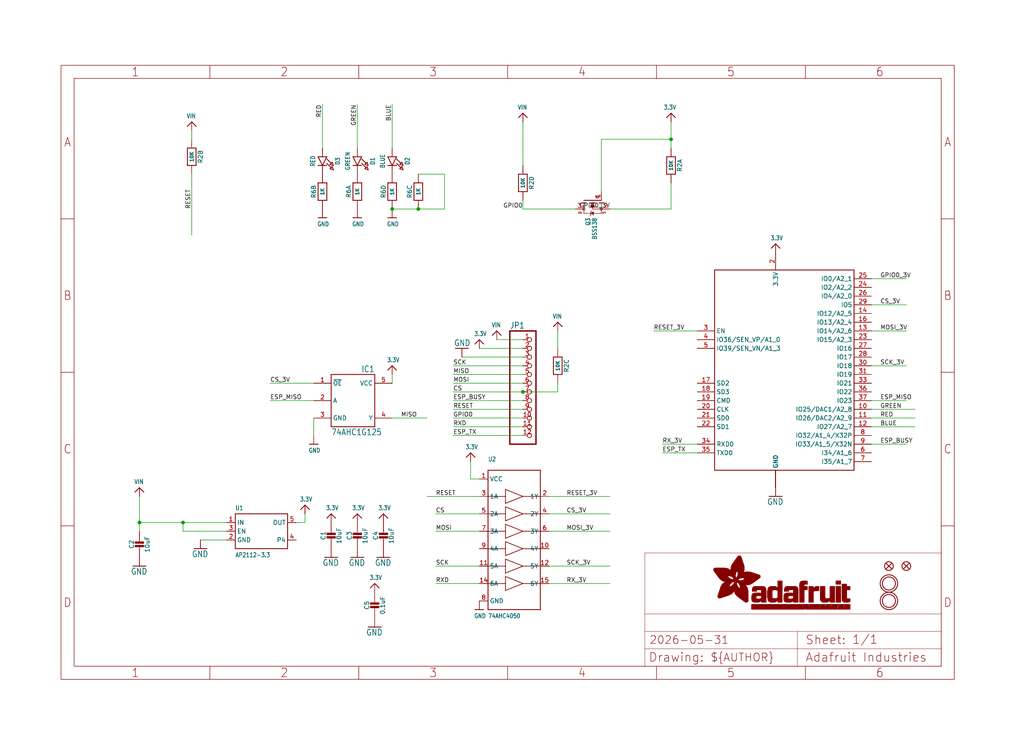
<source format=kicad_sch>
(kicad_sch (version 20230121) (generator eeschema)
  (paper "User" 298.45 217.322)
  (lib_symbols
    (symbol "working-eagle-import:3.3V" (power)
      (property "Value" "3.3V" (at -1.524 1.016 0))
      (symbol "3.3V_1_0"
        (pin power_in line (at 0 -2.54 90) (length 2.54) (name "3.3V") (number "1"))
      )
    )
    (symbol "working-eagle-import:74AHC1G125"
      (property "Reference" "IC" (at 7.62 10.16 0))
      (symbol "74AHC1G125_1_0"
        (pin input line (at -10.16 5.08 0) (length 5.08) (name "~{OE}") (number "1"))
        (pin input line (at -10.16 0 0) (length 5.08) (name "A") (number "2"))
        (pin power_in line (at -10.16 -5.08 0) (length 5.08) (name "GND") (number "3"))
        (pin output line (at 12.7 -5.08 180) (length 5.08) (name "Y") (number "4"))
        (pin power_in line (at 12.7 5.08 180) (length 5.08) (name "VCC") (number "5"))
      )
    )
    (symbol "working-eagle-import:74HC4050DTSSOP"
      (property "Reference" "U" (at -7.62 22.86 0))
      (symbol "74HC4050DTSSOP_1_0"
        (pin bidirectional line (at -10.16 17.78 0) (length 2.54) (name "VCC") (number "1"))
        (pin bidirectional line (at 10.16 -2.54 180) (length 2.54) (name "4Y") (number "10"))
        (pin bidirectional line (at -10.16 -7.62 0) (length 2.54) (name "5A") (number "11"))
        (pin bidirectional line (at 10.16 -7.62 180) (length 2.54) (name "5Y") (number "12"))
        (pin bidirectional line (at -10.16 -12.7 0) (length 2.54) (name "6A") (number "14"))
        (pin bidirectional line (at 10.16 -12.7 180) (length 2.54) (name "6Y") (number "15"))
        (pin bidirectional line (at 10.16 12.7 180) (length 2.54) (name "1Y") (number "2"))
        (pin bidirectional line (at -10.16 12.7 0) (length 2.54) (name "1A") (number "3"))
        (pin bidirectional line (at 10.16 7.62 180) (length 2.54) (name "2Y") (number "4"))
        (pin bidirectional line (at -10.16 7.62 0) (length 2.54) (name "2A") (number "5"))
        (pin bidirectional line (at 10.16 2.54 180) (length 2.54) (name "3Y") (number "6"))
        (pin bidirectional line (at -10.16 2.54 0) (length 2.54) (name "3A") (number "7"))
        (pin bidirectional line (at -10.16 -17.78 0) (length 2.54) (name "GND") (number "8"))
        (pin bidirectional line (at -10.16 -2.54 0) (length 2.54) (name "4A") (number "9"))
      )
    )
    (symbol "working-eagle-import:CAP_CERAMIC0603_NO"
      (property "Reference" "C" (at -2.29 1.25 90))
      (symbol "CAP_CERAMIC0603_NO_1_0"
        (pin passive line (at 0 5.08 270) (length 2.54) (name "1") (number "1"))
        (pin passive line (at 0 -2.54 90) (length 2.54) (name "2") (number "2"))
      )
    )
    (symbol "working-eagle-import:CAP_CERAMIC0805-NOOUTLINE"
      (property "Reference" "C" (at -2.29 1.25 90))
      (symbol "CAP_CERAMIC0805-NOOUTLINE_1_0"
        (pin passive line (at 0 5.08 270) (length 2.54) (name "1") (number "1"))
        (pin passive line (at 0 -2.54 90) (length 2.54) (name "2") (number "2"))
      )
    )
    (symbol "working-eagle-import:ESP32_WROOM32"
      (symbol "ESP32_WROOM32_1_0"
        (pin passive line (at 0 -27.94 90) (length 5.08) (name "GND") (number "1"))
        (pin bidirectional line (at 27.94 -5.08 180) (length 5.08) (name "IO25/DAC1/A2_8") (number "10"))
        (pin bidirectional line (at 27.94 -7.62 180) (length 5.08) (name "IO26/DAC2/A2_9") (number "11"))
        (pin bidirectional line (at 27.94 -10.16 180) (length 5.08) (name "IO27/A2_7") (number "12"))
        (pin bidirectional line (at 27.94 17.78 180) (length 5.08) (name "IO14/A2_6") (number "13"))
        (pin bidirectional line (at 27.94 22.86 180) (length 5.08) (name "IO12/A2_5") (number "14"))
        (pin passive line (at 0 -27.94 90) (length 5.08) (name "GND") (number "15"))
        (pin bidirectional line (at 27.94 20.32 180) (length 5.08) (name "IO13/A2_4") (number "16"))
        (pin bidirectional line (at -22.86 2.54 0) (length 5.08) (name "SD2") (number "17"))
        (pin bidirectional line (at -22.86 0 0) (length 5.08) (name "SD3") (number "18"))
        (pin bidirectional line (at -22.86 -2.54 0) (length 5.08) (name "CMD") (number "19"))
        (pin passive line (at 0 40.64 270) (length 5.08) (name "3.3V") (number "2"))
        (pin bidirectional line (at -22.86 -5.08 0) (length 5.08) (name "CLK") (number "20"))
        (pin bidirectional line (at -22.86 -7.62 0) (length 5.08) (name "SD0") (number "21"))
        (pin bidirectional line (at -22.86 -10.16 0) (length 5.08) (name "SD1") (number "22"))
        (pin bidirectional line (at 27.94 15.24 180) (length 5.08) (name "IO15/A2_3") (number "23"))
        (pin bidirectional line (at 27.94 30.48 180) (length 5.08) (name "IO2/A2_2") (number "24"))
        (pin bidirectional line (at 27.94 33.02 180) (length 5.08) (name "IO0/A2_1") (number "25"))
        (pin bidirectional line (at 27.94 27.94 180) (length 5.08) (name "IO4/A2_0") (number "26"))
        (pin bidirectional line (at 27.94 12.7 180) (length 5.08) (name "IO16") (number "27"))
        (pin bidirectional line (at 27.94 10.16 180) (length 5.08) (name "IO17") (number "28"))
        (pin bidirectional line (at 27.94 25.4 180) (length 5.08) (name "IO5") (number "29"))
        (pin input line (at -22.86 17.78 0) (length 5.08) (name "EN") (number "3"))
        (pin bidirectional line (at 27.94 7.62 180) (length 5.08) (name "IO18") (number "30"))
        (pin bidirectional line (at 27.94 5.08 180) (length 5.08) (name "IO19") (number "31"))
        (pin bidirectional line (at 27.94 2.54 180) (length 5.08) (name "IO21") (number "33"))
        (pin input line (at -22.86 -15.24 0) (length 5.08) (name "RXD0") (number "34"))
        (pin output line (at -22.86 -17.78 0) (length 5.08) (name "TXD0") (number "35"))
        (pin bidirectional line (at 27.94 0 180) (length 5.08) (name "IO22") (number "36"))
        (pin bidirectional line (at 27.94 -2.54 180) (length 5.08) (name "IO23") (number "37"))
        (pin passive line (at 0 -27.94 90) (length 5.08) (name "GND") (number "38"))
        (pin passive line (at -22.86 15.24 0) (length 5.08) (name "IO36/SEN_VP/A1_0") (number "4"))
        (pin passive line (at -22.86 12.7 0) (length 5.08) (name "IO39/SEN_VN/A1_3") (number "5"))
        (pin bidirectional line (at 27.94 -17.78 180) (length 5.08) (name "I34/A1_6") (number "6"))
        (pin bidirectional line (at 27.94 -20.32 180) (length 5.08) (name "I35/A1_7") (number "7"))
        (pin bidirectional line (at 27.94 -12.7 180) (length 5.08) (name "IO32/A1_4/X32P") (number "8"))
        (pin bidirectional line (at 27.94 -15.24 180) (length 5.08) (name "IO33/A1_5/X32N") (number "9"))
        (pin passive line (at 0 -27.94 90) (length 5.08) (name "GND") (number "P$1"))
      )
    )
    (symbol "working-eagle-import:FIDUCIAL_1MM")
    (symbol "working-eagle-import:FRAME_A4_ADAFRUIT"
      (symbol "FRAME_A4_ADAFRUIT_1_0"
        (text "${#}/${##}" (at 230.505 10.16 0) (effects (font (size 2.54 2.54)) (justify left bottom)))
        (text "${AUTHOR}" (at 189.23 5.08 0) (effects (font (size 2.286 2.286)) (justify left bottom)))
        (text "${CURRENT_DATE}" (at 171.45 10.16 0) (effects (font (size 2.286 2.286)) (justify left bottom)))
        (text "${PROJECTNAME}" (at 171.45 15.24 0) (effects (font (size 2.54 2.54)) (justify left bottom)))
        (text "1" (at 21.6958 1.905 0) (effects (font (size 2.54 2.286))))
        (text "1" (at 21.6958 177.165 0) (effects (font (size 2.54 2.286))))
        (text "2" (at 65.0875 1.905 0) (effects (font (size 2.54 2.286))))
        (text "2" (at 65.0875 177.165 0) (effects (font (size 2.54 2.286))))
        (text "3" (at 108.4792 1.905 0) (effects (font (size 2.54 2.286))))
        (text "3" (at 108.4792 177.165 0) (effects (font (size 2.54 2.286))))
        (text "4" (at 151.8708 1.905 0) (effects (font (size 2.54 2.286))))
        (text "4" (at 151.8708 177.165 0) (effects (font (size 2.54 2.286))))
        (text "5" (at 195.2625 1.905 0) (effects (font (size 2.54 2.286))))
        (text "5" (at 195.2625 177.165 0) (effects (font (size 2.54 2.286))))
        (text "6" (at 238.6542 1.905 0) (effects (font (size 2.54 2.286))))
        (text "6" (at 238.6542 177.165 0) (effects (font (size 2.54 2.286))))
        (text "A" (at 1.905 156.6863 0) (effects (font (size 2.54 2.286))))
        (text "A" (at 258.445 156.6863 0) (effects (font (size 2.54 2.286))))
        (text "Adafruit Industries" (at 216.916 4.953 0) (effects (font (size 2.54 2.54)) (justify left bottom)))
        (text "B" (at 1.905 111.9188 0) (effects (font (size 2.54 2.286))))
        (text "B" (at 258.445 111.9188 0) (effects (font (size 2.54 2.286))))
        (text "C" (at 1.905 67.1513 0) (effects (font (size 2.54 2.286))))
        (text "C" (at 258.445 67.1513 0) (effects (font (size 2.54 2.286))))
        (text "D" (at 1.905 22.3838 0) (effects (font (size 2.54 2.286))))
        (text "D" (at 258.445 22.3838 0) (effects (font (size 2.54 2.286))))
        (text "Drawing:" (at 171.196 4.953 0) (effects (font (size 2.54 2.54)) (justify left bottom)))
        (text "Sheet:" (at 216.916 10.033 0) (effects (font (size 2.54 2.54)) (justify left bottom)))
      )
    )
    (symbol "working-eagle-import:GND" (power)
      (property "Value" "GND" (at -2.54 -2.54 0))
      (symbol "GND_1_0"
        (pin power_in line (at 0 2.54 270) (length 2.54) (name "GND") (number "1"))
      )
    )
    (symbol "working-eagle-import:HEADER-1X12"
      (property "Reference" "JP" (at -6.35 18.415 0))
      (symbol "HEADER-1X12_1_0"
        (pin passive inverted (at -2.54 15.24 0) (length 2.54) (name "1") (number "1"))
        (pin passive inverted (at -2.54 -7.62 0) (length 2.54) (name "10") (number "10"))
        (pin passive inverted (at -2.54 -10.16 0) (length 2.54) (name "11") (number "11"))
        (pin passive inverted (at -2.54 -12.7 0) (length 2.54) (name "12") (number "12"))
        (pin passive inverted (at -2.54 12.7 0) (length 2.54) (name "2") (number "2"))
        (pin passive inverted (at -2.54 10.16 0) (length 2.54) (name "3") (number "3"))
        (pin passive inverted (at -2.54 7.62 0) (length 2.54) (name "4") (number "4"))
        (pin passive inverted (at -2.54 5.08 0) (length 2.54) (name "5") (number "5"))
        (pin passive inverted (at -2.54 2.54 0) (length 2.54) (name "6") (number "6"))
        (pin passive inverted (at -2.54 0 0) (length 2.54) (name "7") (number "7"))
        (pin passive inverted (at -2.54 -2.54 0) (length 2.54) (name "8") (number "8"))
        (pin passive inverted (at -2.54 -5.08 0) (length 2.54) (name "9") (number "9"))
      )
    )
    (symbol "working-eagle-import:LED0603_NOOUTLINE"
      (property "Reference" "D" (at -1.27 4.445 0))
      (symbol "LED0603_NOOUTLINE_1_0"
        (pin passive line (at -5.08 0 0) (length 2.54) (name "A") (number "A"))
        (pin passive line (at 2.54 0 180) (length 2.54) (name "C") (number "C"))
      )
    )
    (symbol "working-eagle-import:MOSFET-NWIDE"
      (property "Reference" "Q" (at 5.08 0.635 0))
      (symbol "MOSFET-NWIDE_1_0"
        (text "D" (at 3.175 3.175 0) (effects (font (size 0.8128 0.6908)) (justify left bottom)))
        (text "G" (at -1.27 -1.905 0) (effects (font (size 0.8128 0.6908)) (justify left bottom)))
        (text "S" (at 3.175 -3.81 0) (effects (font (size 0.8128 0.6908)) (justify left bottom)))
        (pin bidirectional line (at -2.54 -2.54 0) (length 2.54) (name "G") (number "1"))
        (pin bidirectional line (at 2.54 -5.08 90) (length 2.54) (name "S") (number "2"))
        (pin bidirectional line (at 2.54 5.08 270) (length 2.54) (name "D") (number "3"))
      )
    )
    (symbol "working-eagle-import:MOUNTINGHOLE2.5")
    (symbol "working-eagle-import:RESISTOR_4PACK"
      (property "Reference" "R" (at 0 2.54 0))
      (symbol "RESISTOR_4PACK_1_0"
        (pin passive line (at -5.08 0 0) (length 2.54) (name "1") (number "1"))
        (pin passive line (at 5.08 0 180) (length 2.54) (name "2") (number "8"))
      )
      (symbol "RESISTOR_4PACK_2_0"
        (pin passive line (at -5.08 0 0) (length 2.54) (name "1") (number "2"))
        (pin passive line (at 5.08 0 180) (length 2.54) (name "2") (number "7"))
      )
      (symbol "RESISTOR_4PACK_3_0"
        (pin passive line (at -5.08 0 0) (length 2.54) (name "1") (number "3"))
        (pin passive line (at 5.08 0 180) (length 2.54) (name "2") (number "6"))
      )
      (symbol "RESISTOR_4PACK_4_0"
        (pin passive line (at -5.08 0 0) (length 2.54) (name "1") (number "4"))
        (pin passive line (at 5.08 0 180) (length 2.54) (name "2") (number "5"))
      )
    )
    (symbol "working-eagle-import:VIN" (power)
      (property "Value" "VIN" (at -1.524 1.016 0))
      (symbol "VIN_1_0"
        (pin power_in line (at 0 -2.54 90) (length 2.54) (name "VIN") (number "1"))
      )
    )
    (symbol "working-eagle-import:VREG_SOT23-5"
      (property "Reference" "U" (at -7.62 6.096 0))
      (symbol "VREG_SOT23-5_1_0"
        (pin power_in line (at -10.16 2.54 0) (length 2.54) (name "IN") (number "1"))
        (pin power_in line (at -10.16 -2.54 0) (length 2.54) (name "GND") (number "2"))
        (pin input line (at -10.16 0 0) (length 2.54) (name "EN") (number "3"))
        (pin bidirectional line (at 10.16 -2.54 180) (length 2.54) (name "P4") (number "4"))
        (pin power_in line (at 10.16 2.54 180) (length 2.54) (name "OUT") (number "5"))
      )
    )
    (symbol "working-eagle-import:microbuilder_GND" (power)
      (property "Value" "microbuilder_GND" (at -1.524 -2.54 0))
      (symbol "microbuilder_GND_1_0"
        (pin power_in line (at 0 2.54 270) (length 2.54) (name "GND") (number "1"))
      )
    )
  )
  (junction (at 114.3 60.96))
  (junction (at 195.58 40.64))
  (junction (at 53.34 152.4))
  (junction (at 121.92 60.96))
  (junction (at 40.64 152.4))
  (junction (at 152.4 114.3))
  (wire (pts (xy 78.74 111.76) (xy 91.44 111.76)) (stroke (width 0.1524)))
  (wire (pts (xy 177.8 149.86) (xy 160.02 149.86)) (stroke (width 0.1524)))
  (wire (pts (xy 132.08 109.22) (xy 152.4 109.22)) (stroke (width 0.1524)))
  (wire (pts (xy 152.4 48.26) (xy 152.4 35.56)) (stroke (width 0.1524)))
  (wire (pts (xy 93.98 43.18) (xy 93.98 30.48)) (stroke (width 0.1524)))
  (wire (pts (xy 127 149.86) (xy 139.7 149.86)) (stroke (width 0.1524)))
  (wire (pts (xy 160.02 154.94) (xy 177.8 154.94)) (stroke (width 0.1524)))
  (wire (pts (xy 66.04 152.4) (xy 53.34 152.4)) (stroke (width 0.1524)))
  (wire (pts (xy 127 165.1) (xy 139.7 165.1)) (stroke (width 0.1524)))
  (wire (pts (xy 55.88 50.8) (xy 55.88 68.58)) (stroke (width 0.1524)))
  (wire (pts (xy 127 154.94) (xy 139.7 154.94)) (stroke (width 0.1524)))
  (wire (pts (xy 40.64 144.78) (xy 40.64 152.4)) (stroke (width 0.1524)))
  (wire (pts (xy 53.34 152.4) (xy 40.64 152.4)) (stroke (width 0.1524)))
  (wire (pts (xy 58.42 157.48) (xy 66.04 157.48)) (stroke (width 0.1524)))
  (wire (pts (xy 160.02 165.1) (xy 177.8 165.1)) (stroke (width 0.1524)))
  (wire (pts (xy 266.7 124.46) (xy 254 124.46)) (stroke (width 0.1524)))
  (wire (pts (xy 162.56 114.3) (xy 162.56 111.76)) (stroke (width 0.1524)))
  (wire (pts (xy 254 81.28) (xy 264.16 81.28)) (stroke (width 0.1524)))
  (wire (pts (xy 254 96.52) (xy 264.16 96.52)) (stroke (width 0.1524)))
  (wire (pts (xy 264.16 88.9) (xy 254 88.9)) (stroke (width 0.1524)))
  (wire (pts (xy 264.16 116.84) (xy 254 116.84)) (stroke (width 0.1524)))
  (wire (pts (xy 88.9 152.4) (xy 88.9 149.86)) (stroke (width 0.1524)))
  (wire (pts (xy 195.58 40.64) (xy 195.58 35.56)) (stroke (width 0.1524)))
  (wire (pts (xy 86.36 152.4) (xy 88.9 152.4)) (stroke (width 0.1524)))
  (wire (pts (xy 53.34 154.94) (xy 66.04 154.94)) (stroke (width 0.1524)))
  (wire (pts (xy 78.74 116.84) (xy 91.44 116.84)) (stroke (width 0.1524)))
  (wire (pts (xy 162.56 96.52) (xy 162.56 101.6)) (stroke (width 0.1524)))
  (wire (pts (xy 152.4 127) (xy 132.08 127)) (stroke (width 0.1524)))
  (wire (pts (xy 254 129.54) (xy 264.16 129.54)) (stroke (width 0.1524)))
  (wire (pts (xy 132.08 111.76) (xy 152.4 111.76)) (stroke (width 0.1524)))
  (wire (pts (xy 152.4 101.6) (xy 139.7 101.6)) (stroke (width 0.1524)))
  (wire (pts (xy 129.54 50.8) (xy 121.92 50.8)) (stroke (width 0.1524)))
  (wire (pts (xy 203.2 96.52) (xy 190.5 96.52)) (stroke (width 0.1524)))
  (wire (pts (xy 114.3 43.18) (xy 114.3 30.48)) (stroke (width 0.1524)))
  (wire (pts (xy 195.58 60.96) (xy 195.58 53.34)) (stroke (width 0.1524)))
  (wire (pts (xy 152.4 104.14) (xy 134.62 104.14)) (stroke (width 0.1524)))
  (wire (pts (xy 195.58 40.64) (xy 195.58 43.18)) (stroke (width 0.1524)))
  (wire (pts (xy 91.44 121.92) (xy 91.44 127)) (stroke (width 0.1524)))
  (wire (pts (xy 55.88 38.1) (xy 55.88 40.64)) (stroke (width 0.1524)))
  (wire (pts (xy 203.2 129.54) (xy 193.04 129.54)) (stroke (width 0.1524)))
  (wire (pts (xy 129.54 60.96) (xy 129.54 50.8)) (stroke (width 0.1524)))
  (wire (pts (xy 139.7 144.78) (xy 124.46 144.78)) (stroke (width 0.1524)))
  (wire (pts (xy 104.14 43.18) (xy 104.14 30.48)) (stroke (width 0.1524)))
  (wire (pts (xy 132.08 116.84) (xy 152.4 116.84)) (stroke (width 0.1524)))
  (wire (pts (xy 132.08 114.3) (xy 152.4 114.3)) (stroke (width 0.1524)))
  (wire (pts (xy 139.7 139.7) (xy 137.16 139.7)) (stroke (width 0.1524)))
  (wire (pts (xy 121.92 60.96) (xy 129.54 60.96)) (stroke (width 0.1524)))
  (wire (pts (xy 160.02 170.18) (xy 177.8 170.18)) (stroke (width 0.1524)))
  (wire (pts (xy 152.4 114.3) (xy 162.56 114.3)) (stroke (width 0.1524)))
  (wire (pts (xy 177.8 60.96) (xy 195.58 60.96)) (stroke (width 0.1524)))
  (wire (pts (xy 127 170.18) (xy 139.7 170.18)) (stroke (width 0.1524)))
  (wire (pts (xy 114.3 60.96) (xy 121.92 60.96)) (stroke (width 0.1524)))
  (wire (pts (xy 152.4 60.96) (xy 152.4 58.42)) (stroke (width 0.1524)))
  (wire (pts (xy 152.4 106.68) (xy 132.08 106.68)) (stroke (width 0.1524)))
  (wire (pts (xy 132.08 124.46) (xy 152.4 124.46)) (stroke (width 0.1524)))
  (wire (pts (xy 203.2 132.08) (xy 193.04 132.08)) (stroke (width 0.1524)))
  (wire (pts (xy 160.02 144.78) (xy 177.8 144.78)) (stroke (width 0.1524)))
  (wire (pts (xy 167.64 60.96) (xy 152.4 60.96)) (stroke (width 0.1524)))
  (wire (pts (xy 264.16 106.68) (xy 254 106.68)) (stroke (width 0.1524)))
  (wire (pts (xy 254 119.38) (xy 266.7 119.38)) (stroke (width 0.1524)))
  (wire (pts (xy 152.4 99.06) (xy 144.78 99.06)) (stroke (width 0.1524)))
  (wire (pts (xy 254 121.92) (xy 266.7 121.92)) (stroke (width 0.1524)))
  (wire (pts (xy 137.16 139.7) (xy 137.16 134.62)) (stroke (width 0.1524)))
  (wire (pts (xy 152.4 119.38) (xy 132.08 119.38)) (stroke (width 0.1524)))
  (wire (pts (xy 53.34 154.94) (xy 53.34 152.4)) (stroke (width 0.1524)))
  (wire (pts (xy 175.26 40.64) (xy 195.58 40.64)) (stroke (width 0.1524)))
  (wire (pts (xy 114.3 109.22) (xy 114.3 111.76)) (stroke (width 0.1524)))
  (wire (pts (xy 175.26 55.88) (xy 175.26 40.64)) (stroke (width 0.1524)))
  (wire (pts (xy 40.64 152.4) (xy 40.64 154.94)) (stroke (width 0.1524)))
  (wire (pts (xy 114.3 121.92) (xy 124.46 121.92)) (stroke (width 0.1524)))
  (wire (pts (xy 132.08 121.92) (xy 152.4 121.92)) (stroke (width 0.1524)))
  (label "RX_3V" (at 193.04 129.54 0) (effects (font (size 1.2446 1.2446))))
  (label "MISO" (at 116.84 121.92 0) (effects (font (size 1.2446 1.2446))))
  (label "ESP_MISO" (at 256.54 116.84 0) (effects (font (size 1.2446 1.2446))))
  (label "RESET" (at 132.08 119.38 0) (effects (font (size 1.2446 1.2446))))
  (label "RXD" (at 127 170.18 0) (effects (font (size 1.2446 1.2446))))
  (label "GPIO0_3V" (at 177.8 60.96 180) (effects (font (size 1.2446 1.2446))))
  (label "SCK" (at 132.08 106.68 0) (effects (font (size 1.2446 1.2446))))
  (label "RESET" (at 55.88 60.96 90) (effects (font (size 1.2446 1.2446))))
  (label "GREEN" (at 256.54 119.38 0) (effects (font (size 1.2446 1.2446))))
  (label "GPIO0_3V" (at 256.54 81.28 0) (effects (font (size 1.2446 1.2446))))
  (label "CS" (at 127 149.86 0) (effects (font (size 1.2446 1.2446))))
  (label "RED" (at 93.98 30.48 270) (effects (font (size 1.2446 1.2446))))
  (label "MOSI_3V" (at 165.1 154.94 0) (effects (font (size 1.2446 1.2446))))
  (label "BLUE" (at 114.3 30.48 270) (effects (font (size 1.2446 1.2446))))
  (label "ESP_MISO" (at 78.74 116.84 0) (effects (font (size 1.2446 1.2446))))
  (label "RESET_3V" (at 190.5 96.52 0) (effects (font (size 1.2446 1.2446))))
  (label "SCK_3V" (at 256.54 106.68 0) (effects (font (size 1.2446 1.2446))))
  (label "CS_3V" (at 165.1 149.86 0) (effects (font (size 1.2446 1.2446))))
  (label "MOSI" (at 132.08 111.76 0) (effects (font (size 1.2446 1.2446))))
  (label "RESET_3V" (at 165.1 144.78 0) (effects (font (size 1.2446 1.2446))))
  (label "BLUE" (at 256.54 124.46 0) (effects (font (size 1.2446 1.2446))))
  (label "ESP_BUSY" (at 256.54 129.54 0) (effects (font (size 1.2446 1.2446))))
  (label "RXD" (at 132.08 124.46 0) (effects (font (size 1.2446 1.2446))))
  (label "ESP_TX" (at 193.04 132.08 0) (effects (font (size 1.2446 1.2446))))
  (label "ESP_BUSY" (at 132.08 116.84 0) (effects (font (size 1.2446 1.2446))))
  (label "CS_3V" (at 78.74 111.76 0) (effects (font (size 1.2446 1.2446))))
  (label "MOSI" (at 127 154.94 0) (effects (font (size 1.2446 1.2446))))
  (label "SCK" (at 127 165.1 0) (effects (font (size 1.2446 1.2446))))
  (label "RED" (at 256.54 121.92 0) (effects (font (size 1.2446 1.2446))))
  (label "MISO" (at 132.08 109.22 0) (effects (font (size 1.2446 1.2446))))
  (label "GPIO0" (at 152.4 60.96 180) (effects (font (size 1.2446 1.2446))))
  (label "GPIO0" (at 132.08 121.92 0) (effects (font (size 1.2446 1.2446))))
  (label "SCK_3V" (at 165.1 165.1 0) (effects (font (size 1.2446 1.2446))))
  (label "GREEN" (at 104.14 30.48 270) (effects (font (size 1.2446 1.2446))))
  (label "CS_3V" (at 256.54 88.9 0) (effects (font (size 1.2446 1.2446))))
  (label "CS" (at 132.08 114.3 0) (effects (font (size 1.2446 1.2446))))
  (label "RESET" (at 127 144.78 0) (effects (font (size 1.2446 1.2446))))
  (label "MOSI_3V" (at 256.54 96.52 0) (effects (font (size 1.2446 1.2446))))
  (label "ESP_TX" (at 132.08 127 0) (effects (font (size 1.2446 1.2446))))
  (label "RX_3V" (at 165.1 170.18 0) (effects (font (size 1.2446 1.2446))))
  (symbol (lib_id "working-eagle-import:FIDUCIAL_1MM") (at 264.16 165.1 0) (unit 1)
    (property "Reference" "FID1" (effects hide))
    (property "Value" "FIDUCIAL_1MM" (effects hide))
    (property "Footprint" "working:FIDUCIAL_1MM" (effects hide))
  )
  (symbol (lib_id "working-eagle-import:RESISTOR_4PACK") (at 114.3 55.88 90) (unit 4)
    (property "Reference" "R6" (at 111.76 55.88 0))
    (property "Value" "1K" (at 114.3 55.88 0) (effects (font (size 1.016 1.016) bold)))
    (property "Footprint" "working:RESPACK_4X0603" (effects hide))
  )
  (symbol (lib_id "working-eagle-import:VIN") (at 152.4 33.02 0) (unit 1)
    (property "Reference" "#U$22" (effects hide))
    (property "Value" "VIN" (at 150.876 32.004 0) (effects (font (size 1.27 1.0795)) (justify left bottom)))
  )
  (symbol (lib_id "working-eagle-import:RESISTOR_4PACK") (at 104.14 55.88 90) (unit 1)
    (property "Reference" "R6" (at 101.6 55.88 0))
    (property "Value" "1K" (at 104.14 55.88 0) (effects (font (size 1.016 1.016) bold)))
    (property "Footprint" "working:RESPACK_4X0603" (effects hide))
  )
  (symbol (lib_id "working-eagle-import:VIN") (at 162.56 93.98 0) (unit 1)
    (property "Reference" "#U$9" (effects hide))
    (property "Value" "VIN" (at 161.036 92.964 0) (effects (font (size 1.27 1.0795)) (justify left bottom)))
  )
  (symbol (lib_id "working-eagle-import:GND") (at 226.06 144.78 0) (unit 1)
    (property "Reference" "#GND8" (effects hide))
    (property "Value" "GND" (at 223.52 147.32 0) (effects (font (size 1.778 1.5113)) (justify left bottom)))
  )
  (symbol (lib_id "working-eagle-import:MOSFET-NWIDE") (at 172.72 58.42 90) (mirror x) (unit 1)
    (property "Reference" "Q3" (at 172.085 63.5 0) (effects (font (size 1.27 1.0795)) (justify left bottom)))
    (property "Value" "BSS138" (at 173.99 63.5 0) (effects (font (size 1.27 1.0795)) (justify left bottom)))
    (property "Footprint" "working:SOT23-WIDE" (effects hide))
  )
  (symbol (lib_id "working-eagle-import:CAP_CERAMIC0805-NOOUTLINE") (at 104.14 157.48 0) (unit 1)
    (property "Reference" "C3" (at 101.85 156.23 90))
    (property "Value" "10uF" (at 106.44 156.23 90))
    (property "Footprint" "working:0805-NO" (effects hide))
  )
  (symbol (lib_id "working-eagle-import:RESISTOR_4PACK") (at 93.98 55.88 90) (unit 2)
    (property "Reference" "R6" (at 91.44 55.88 0))
    (property "Value" "1K" (at 93.98 55.88 0) (effects (font (size 1.016 1.016) bold)))
    (property "Footprint" "working:RESPACK_4X0603" (effects hide))
  )
  (symbol (lib_id "working-eagle-import:3.3V") (at 114.3 106.68 0) (unit 1)
    (property "Reference" "#U$52" (effects hide))
    (property "Value" "3.3V" (at 112.776 105.664 0) (effects (font (size 1.27 1.0795)) (justify left bottom)))
  )
  (symbol (lib_id "working-eagle-import:CAP_CERAMIC0805-NOOUTLINE") (at 40.64 160.02 0) (unit 1)
    (property "Reference" "C2" (at 38.35 158.77 90))
    (property "Value" "10uF" (at 42.94 158.77 90))
    (property "Footprint" "working:0805-NO" (effects hide))
  )
  (symbol (lib_id "working-eagle-import:RESISTOR_4PACK") (at 121.92 55.88 90) (unit 3)
    (property "Reference" "R6" (at 119.38 55.88 0))
    (property "Value" "1K" (at 121.92 55.88 0) (effects (font (size 1.016 1.016) bold)))
    (property "Footprint" "working:RESPACK_4X0603" (effects hide))
  )
  (symbol (lib_id "working-eagle-import:ESP32_WROOM32") (at 226.06 114.3 0) (unit 1)
    (property "Reference" "X1" (effects hide))
    (property "Value" "ESP32_WROOM32" (effects hide))
    (property "Footprint" "working:WROOM32" (effects hide))
  )
  (symbol (lib_id "working-eagle-import:LED0603_NOOUTLINE") (at 104.14 48.26 270) (unit 1)
    (property "Reference" "D1" (at 108.585 46.99 0) (effects (font (size 1.27 1.0795))))
    (property "Value" "GREEN" (at 101.346 46.99 0) (effects (font (size 1.27 1.0795))))
    (property "Footprint" "working:CHIPLED_0603_NOOUTLINE" (effects hide))
  )
  (symbol (lib_id "working-eagle-import:3.3V") (at 195.58 33.02 0) (mirror y) (unit 1)
    (property "Reference" "#U$25" (effects hide))
    (property "Value" "3.3V" (at 197.104 32.004 0) (effects (font (size 1.27 1.0795)) (justify left bottom)))
  )
  (symbol (lib_id "working-eagle-import:74HC4050DTSSOP") (at 149.86 157.48 0) (unit 1)
    (property "Reference" "U2" (at 142.24 134.62 0) (effects (font (size 1.27 1.0795)) (justify left bottom)))
    (property "Value" "74AHC4050" (at 142.24 180.34 0) (effects (font (size 1.27 1.0795)) (justify left bottom)))
    (property "Footprint" "working:TSSOP16" (effects hide))
  )
  (symbol (lib_id "working-eagle-import:GND") (at 109.22 182.88 0) (unit 1)
    (property "Reference" "#GND3" (effects hide))
    (property "Value" "GND" (at 106.68 185.42 0) (effects (font (size 1.778 1.5113)) (justify left bottom)))
  )
  (symbol (lib_id "working-eagle-import:GND") (at 96.52 162.56 0) (unit 1)
    (property "Reference" "#GND2" (effects hide))
    (property "Value" "GND" (at 93.98 165.1 0) (effects (font (size 1.778 1.5113)) (justify left bottom)))
  )
  (symbol (lib_id "working-eagle-import:LED0603_NOOUTLINE") (at 114.3 48.26 270) (unit 1)
    (property "Reference" "D2" (at 118.745 46.99 0) (effects (font (size 1.27 1.0795))))
    (property "Value" "BLUE" (at 111.506 46.99 0) (effects (font (size 1.27 1.0795))))
    (property "Footprint" "working:CHIPLED_0603_NOOUTLINE" (effects hide))
  )
  (symbol (lib_id "working-eagle-import:CAP_CERAMIC0603_NO") (at 109.22 177.8 0) (unit 1)
    (property "Reference" "C5" (at 106.93 176.55 90))
    (property "Value" "0.1uF" (at 111.52 176.55 90))
    (property "Footprint" "working:0603-NO" (effects hide))
  )
  (symbol (lib_id "working-eagle-import:74AHC1G125") (at 101.6 116.84 0) (unit 1)
    (property "Reference" "IC1" (at 109.22 106.68 0) (effects (font (size 1.778 1.5113)) (justify right top)))
    (property "Value" "74AHC1G125" (at 96.52 127 0) (effects (font (size 1.778 1.5113)) (justify left bottom)))
    (property "Footprint" "working:SOT23-5L" (effects hide))
  )
  (symbol (lib_id "working-eagle-import:microbuilder_GND") (at 93.98 63.5 0) (unit 1)
    (property "Reference" "#U$12" (effects hide))
    (property "Value" "GND" (at 92.456 66.04 0) (effects (font (size 1.27 1.0795)) (justify left bottom)))
  )
  (symbol (lib_id "working-eagle-import:HEADER-1X12") (at 154.94 114.3 0) (unit 1)
    (property "Reference" "JP1" (at 148.59 95.885 0) (effects (font (size 1.778 1.5113)) (justify left bottom)))
    (property "Value" "HEADER-1X12" (effects hide))
    (property "Footprint" "working:1X12_ROUND" (effects hide))
  )
  (symbol (lib_id "working-eagle-import:CAP_CERAMIC0805-NOOUTLINE") (at 111.76 157.48 0) (unit 1)
    (property "Reference" "C4" (at 109.47 156.23 90))
    (property "Value" "10uF" (at 114.06 156.23 90))
    (property "Footprint" "working:0805-NO" (effects hide))
  )
  (symbol (lib_id "working-eagle-import:microbuilder_GND") (at 114.3 63.5 0) (unit 1)
    (property "Reference" "#U$20" (effects hide))
    (property "Value" "GND" (at 112.776 66.04 0) (effects (font (size 1.27 1.0795)) (justify left bottom)))
  )
  (symbol (lib_id "working-eagle-import:3.3V") (at 96.52 149.86 0) (unit 1)
    (property "Reference" "#U$7" (effects hide))
    (property "Value" "3.3V" (at 94.996 148.844 0) (effects (font (size 1.27 1.0795)) (justify left bottom)))
  )
  (symbol (lib_id "working-eagle-import:RESISTOR_4PACK") (at 162.56 106.68 270) (unit 3)
    (property "Reference" "R2" (at 165.1 106.68 0))
    (property "Value" "10K" (at 162.56 106.68 0) (effects (font (size 1.016 1.016) bold)))
    (property "Footprint" "working:RESPACK_4X0603" (effects hide))
  )
  (symbol (lib_id "working-eagle-import:FRAME_A4_ADAFRUIT") (at 17.78 198.12 0) (unit 1)
    (property "Reference" "#U$8" (effects hide))
    (property "Value" "FRAME_A4_ADAFRUIT" (effects hide))
  )
  (symbol (lib_id "working-eagle-import:RESISTOR_4PACK") (at 55.88 45.72 270) (unit 2)
    (property "Reference" "R2" (at 58.42 45.72 0))
    (property "Value" "10K" (at 55.88 45.72 0) (effects (font (size 1.016 1.016) bold)))
    (property "Footprint" "working:RESPACK_4X0603" (effects hide))
  )
  (symbol (lib_id "working-eagle-import:3.3V") (at 139.7 99.06 0) (unit 1)
    (property "Reference" "#U$5" (effects hide))
    (property "Value" "3.3V" (at 138.176 98.044 0) (effects (font (size 1.27 1.0795)) (justify left bottom)))
  )
  (symbol (lib_id "working-eagle-import:3.3V") (at 111.76 149.86 0) (unit 1)
    (property "Reference" "#U$17" (effects hide))
    (property "Value" "3.3V" (at 110.236 148.844 0) (effects (font (size 1.27 1.0795)) (justify left bottom)))
  )
  (symbol (lib_id "working-eagle-import:RESISTOR_4PACK") (at 152.4 53.34 270) (mirror x) (unit 4)
    (property "Reference" "R2" (at 154.94 53.34 0))
    (property "Value" "10K" (at 152.4 53.34 0) (effects (font (size 1.016 1.016) bold)))
    (property "Footprint" "working:RESPACK_4X0603" (effects hide))
  )
  (symbol (lib_id "working-eagle-import:VREG_SOT23-5") (at 76.2 154.94 0) (unit 1)
    (property "Reference" "U1" (at 68.58 148.844 0) (effects (font (size 1.27 1.0795)) (justify left bottom)))
    (property "Value" "AP2112-3.3" (at 68.58 162.56 0) (effects (font (size 1.27 1.0795)) (justify left bottom)))
    (property "Footprint" "working:SOT23-5" (effects hide))
  )
  (symbol (lib_id "working-eagle-import:LED0603_NOOUTLINE") (at 93.98 48.26 270) (unit 1)
    (property "Reference" "D3" (at 98.425 46.99 0) (effects (font (size 1.27 1.0795))))
    (property "Value" "RED" (at 91.186 46.99 0) (effects (font (size 1.27 1.0795))))
    (property "Footprint" "working:CHIPLED_0603_NOOUTLINE" (effects hide))
  )
  (symbol (lib_id "working-eagle-import:GND") (at 134.62 101.6 180) (unit 1)
    (property "Reference" "#GND1" (effects hide))
    (property "Value" "GND" (at 137.16 99.06 0) (effects (font (size 1.778 1.5113)) (justify left bottom)))
  )
  (symbol (lib_id "working-eagle-import:3.3V") (at 109.22 170.18 0) (unit 1)
    (property "Reference" "#U$23" (effects hide))
    (property "Value" "3.3V" (at 107.696 169.164 0) (effects (font (size 1.27 1.0795)) (justify left bottom)))
  )
  (symbol (lib_id "working-eagle-import:GND") (at 40.64 165.1 0) (unit 1)
    (property "Reference" "#GND11" (effects hide))
    (property "Value" "GND" (at 38.1 167.64 0) (effects (font (size 1.778 1.5113)) (justify left bottom)))
  )
  (symbol (lib_id "working-eagle-import:microbuilder_GND") (at 139.7 177.8 0) (unit 1)
    (property "Reference" "#U$11" (effects hide))
    (property "Value" "GND" (at 138.176 180.34 0) (effects (font (size 1.27 1.0795)) (justify left bottom)))
  )
  (symbol (lib_id "working-eagle-import:CAP_CERAMIC0805-NOOUTLINE") (at 96.52 157.48 0) (unit 1)
    (property "Reference" "C1" (at 94.23 156.23 90))
    (property "Value" "10uF" (at 98.82 156.23 90))
    (property "Footprint" "working:0805-NO" (effects hide))
  )
  (symbol (lib_id "working-eagle-import:3.3V") (at 88.9 147.32 0) (unit 1)
    (property "Reference" "#U$6" (effects hide))
    (property "Value" "3.3V" (at 87.376 146.304 0) (effects (font (size 1.27 1.0795)) (justify left bottom)))
  )
  (symbol (lib_id "working-eagle-import:microbuilder_GND") (at 104.14 63.5 0) (unit 1)
    (property "Reference" "#U$18" (effects hide))
    (property "Value" "GND" (at 102.616 66.04 0) (effects (font (size 1.27 1.0795)) (justify left bottom)))
  )
  (symbol (lib_id "working-eagle-import:GND") (at 111.76 162.56 0) (unit 1)
    (property "Reference" "#GND10" (effects hide))
    (property "Value" "GND" (at 109.22 165.1 0) (effects (font (size 1.778 1.5113)) (justify left bottom)))
  )
  (symbol (lib_id "working-eagle-import:VIN") (at 55.88 35.56 0) (unit 1)
    (property "Reference" "#U$4" (effects hide))
    (property "Value" "VIN" (at 54.356 34.544 0) (effects (font (size 1.27 1.0795)) (justify left bottom)))
  )
  (symbol (lib_id "working-eagle-import:3.3V") (at 137.16 132.08 0) (unit 1)
    (property "Reference" "#U$3" (effects hide))
    (property "Value" "3.3V" (at 135.636 131.064 0) (effects (font (size 1.27 1.0795)) (justify left bottom)))
  )
  (symbol (lib_id "working-eagle-import:GND") (at 58.42 160.02 0) (unit 1)
    (property "Reference" "#GND7" (effects hide))
    (property "Value" "GND" (at 55.88 162.56 0) (effects (font (size 1.778 1.5113)) (justify left bottom)))
  )
  (symbol (lib_id "working-eagle-import:GND") (at 104.14 162.56 0) (unit 1)
    (property "Reference" "#GND9" (effects hide))
    (property "Value" "GND" (at 101.6 165.1 0) (effects (font (size 1.778 1.5113)) (justify left bottom)))
  )
  (symbol (lib_id "working-eagle-import:RESISTOR_4PACK") (at 195.58 48.26 270) (mirror x) (unit 1)
    (property "Reference" "R2" (at 198.12 48.26 0))
    (property "Value" "10K" (at 195.58 48.26 0) (effects (font (size 1.016 1.016) bold)))
    (property "Footprint" "working:RESPACK_4X0603" (effects hide))
  )
  (symbol (lib_id "working-eagle-import:3.3V") (at 226.06 71.12 0) (unit 1)
    (property "Reference" "#U$19" (effects hide))
    (property "Value" "3.3V" (at 224.536 70.104 0) (effects (font (size 1.27 1.0795)) (justify left bottom)))
  )
  (symbol (lib_id "working-eagle-import:VIN") (at 144.78 96.52 0) (unit 1)
    (property "Reference" "#U$1" (effects hide))
    (property "Value" "VIN" (at 143.256 95.504 0) (effects (font (size 1.27 1.0795)) (justify left bottom)))
  )
  (symbol (lib_id "working-eagle-import:3.3V") (at 104.14 149.86 0) (unit 1)
    (property "Reference" "#U$14" (effects hide))
    (property "Value" "3.3V" (at 102.616 148.844 0) (effects (font (size 1.27 1.0795)) (justify left bottom)))
  )
  (symbol (lib_id "working-eagle-import:MOUNTINGHOLE2.5") (at 259.08 170.18 0) (unit 1)
    (property "Reference" "U$16" (effects hide))
    (property "Value" "MOUNTINGHOLE2.5" (effects hide))
    (property "Footprint" "working:MOUNTINGHOLE_2.5_PLATED" (effects hide))
  )
  (symbol (lib_id "working-eagle-import:microbuilder_GND") (at 91.44 129.54 0) (unit 1)
    (property "Reference" "#U$28" (effects hide))
    (property "Value" "GND" (at 89.916 132.08 0) (effects (font (size 1.27 1.0795)) (justify left bottom)))
  )
  (symbol (lib_id "working-eagle-import:VIN") (at 40.64 142.24 0) (unit 1)
    (property "Reference" "#U$10" (effects hide))
    (property "Value" "VIN" (at 39.116 141.224 0) (effects (font (size 1.27 1.0795)) (justify left bottom)))
  )
  (symbol (lib_id "working-eagle-import:MOUNTINGHOLE2.5") (at 259.08 175.26 0) (unit 1)
    (property "Reference" "U$15" (effects hide))
    (property "Value" "MOUNTINGHOLE2.5" (effects hide))
    (property "Footprint" "working:MOUNTINGHOLE_2.5_PLATED" (effects hide))
  )
  (symbol (lib_id "working-eagle-import:FIDUCIAL_1MM") (at 259.08 165.1 0) (unit 1)
    (property "Reference" "FID3" (effects hide))
    (property "Value" "FIDUCIAL_1MM" (effects hide))
    (property "Footprint" "working:FIDUCIAL_1MM" (effects hide))
  )
)
</source>
